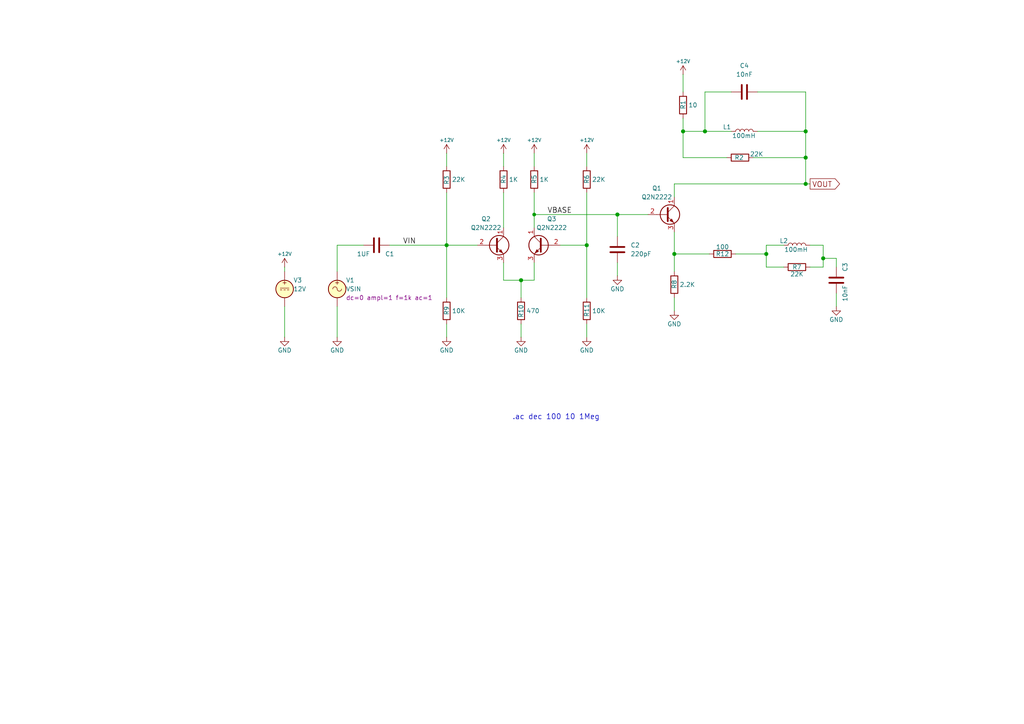
<source format=kicad_sch>
(kicad_sch (version 20250114) (generator "eeschema") (generator_version "9.0")
  (paper "A4")
  (title_block (date "Sun 22 Mar 2015"))
  (lib_symbols
    (symbol "Device:C" (pin_numbers (hide yes)) (pin_names (offset 0.254))
      (property "Reference" "C" (at 0.635 2.54 0))
      (property "Value" "C" (at 0.635 -2.54 0))
      (symbol "C_0_1"
        (polyline (pts (xy -2.032 0.762) (xy 2.032 0.762)) (stroke (width 0.508)))
        (polyline (pts (xy -2.032 -0.762) (xy 2.032 -0.762)) (stroke (width 0.508)))
      )
      (symbol "C_1_1"
        (pin passive line (at 0 3.81 270) (length 2.794) (name "~") (number "1"))
        (pin passive line (at 0 -3.81 90) (length 2.794) (name "~") (number "2"))
      )
    )
    (symbol "Device:L" (pin_numbers (hide yes)) (pin_names (offset 1.016) (hide yes))
      (property "Reference" "L" (at -1.27 0 90))
      (property "Value" "L" (at 1.905 0 90))
      (symbol "L_0_1"
        (arc (start 0 2.54) (mid 0.6323 1.905) (end 0 1.27))
        (arc (start 0 1.27) (mid 0.6323 0.635) (end 0 0))
        (arc (start 0 0) (mid 0.6323 -0.635) (end 0 -1.27))
        (arc (start 0 -1.27) (mid 0.6323 -1.905) (end 0 -2.54))
      )
      (symbol "L_1_1"
        (pin passive line (at 0 3.81 270) (length 1.27) (name "1") (number "1"))
        (pin passive line (at 0 -3.81 90) (length 1.27) (name "2") (number "2"))
      )
    )
    (symbol "Device:R" (pin_numbers (hide yes)) (pin_names (offset 0))
      (property "Reference" "R" (at 2.032 0 90))
      (property "Value" "R" (at 0 0 90))
      (symbol "R_0_1"
        (rectangle (start -1.016 -2.54) (end 1.016 2.54) (stroke (width 0.254)))
      )
      (symbol "R_1_1"
        (pin passive line (at 0 3.81 270) (length 1.27) (name "~") (number "1"))
        (pin passive line (at 0 -3.81 90) (length 1.27) (name "~") (number "2"))
      )
    )
    (symbol "Simulation_SPICE:VDC" (pin_numbers (hide yes)) (pin_names (offset 0.0254))
      (property "Reference" "V" (at 2.54 2.54 0))
      (property "Value" "1" (at 2.54 0 0))
      (symbol "VDC_0_0"
        (polyline (pts (xy -1.27 0.254) (xy 1.27 0.254)))
        (polyline (pts (xy -0.762 -0.254) (xy -1.27 -0.254)))
        (polyline (pts (xy 0.254 -0.254) (xy -0.254 -0.254)))
        (polyline (pts (xy 1.27 -0.254) (xy 0.762 -0.254)))
        (text "+" (at 0 1.905 0) (effects (font (size 1.27 1.27))))
      )
      (symbol "VDC_0_1"
        (circle (center 0 0) (radius 2.54) (stroke (width 0.254)) (fill (type background)))
      )
      (symbol "VDC_1_1"
        (pin passive line (at 0 5.08 270) (length 2.54) (name "~") (number "1"))
        (pin passive line (at 0 -5.08 90) (length 2.54) (name "~") (number "2"))
      )
    )
    (symbol "Simulation_SPICE:VSIN" (pin_numbers (hide yes)) (pin_names (offset 0.0254))
      (property "Reference" "V" (at 2.54 2.54 0))
      (property "Value" "VSIN" (at 2.54 0 0))
      (property "Sim.Params" "dc=0 ampl=1 f=1k ac=1" (at 2.54 -2.54 0))
      (symbol "VSIN_0_0"
        (arc (start -1.27 0) (mid -0.635 0.6323) (end 0 0))
        (arc (start 1.27 0) (mid 0.635 -0.6323) (end 0 0))
        (text "+" (at 0 1.905 0) (effects (font (size 1.27 1.27))))
      )
      (symbol "VSIN_0_1"
        (circle (center 0 0) (radius 2.54) (stroke (width 0.254)) (fill (type background)))
      )
      (symbol "VSIN_1_1"
        (pin passive line (at 0 5.08 270) (length 2.54) (name "~") (number "1"))
        (pin passive line (at 0 -5.08 90) (length 2.54) (name "~") (number "2"))
      )
    )
    (symbol "Transistor_BJT:Q_NPN_CBE" (pin_names (offset 0) (hide yes))
      (property "Reference" "Q" (at 5.08 1.27 0))
      (property "Value" "Q_NPN_CBE" (at 5.08 -1.27 0))
      (symbol "Q_NPN_CBE_0_1"
        (polyline (pts (xy -2.54 0) (xy 0.635 0)))
        (polyline (pts (xy 0.635 1.905) (xy 0.635 -1.905)) (stroke (width 0.508)))
        (circle (center 1.27 0) (radius 2.8194) (stroke (width 0.254)))
      )
      (symbol "Q_NPN_CBE_1_1"
        (polyline (pts (xy 0.635 0.635) (xy 2.54 2.54)))
        (polyline (pts (xy 0.635 -0.635) (xy 2.54 -2.54)))
        (polyline (pts (xy 1.27 -1.778) (xy 1.778 -1.27) (xy 2.286 -2.286) (xy 1.27 -1.778)) (fill (type outline)))
        (pin input line (at -5.08 0 0) (length 2.54) (name "B") (number "2"))
        (pin passive line (at 2.54 5.08 270) (length 2.54) (name "C") (number "1"))
        (pin passive line (at 2.54 -5.08 90) (length 2.54) (name "E") (number "3"))
      )
    )
    (symbol "power:+12V" (power) (pin_numbers (hide yes)) (pin_names (offset 0) (hide yes))
      (property "Value" "+12V" (at 0 3.556 0))
      (symbol "+12V_0_1"
        (polyline (pts (xy -0.762 1.27) (xy 0 2.54)))
        (polyline (pts (xy 0 2.54) (xy 0.762 1.27)))
        (polyline (pts (xy 0 0) (xy 0 2.54)))
      )
      (symbol "+12V_1_1"
        (pin power_in line (at 0 0 90) (length 0) (name "~") (number "1"))
      )
    )
    (symbol "power:GND" (power) (pin_numbers (hide yes)) (pin_names (offset 0) (hide yes))
      (property "Value" "GND" (at 0 -3.81 0))
      (symbol "GND_0_1"
        (polyline (pts (xy 0 0) (xy 0 -1.27) (xy 1.27 -1.27) (xy 0 -2.54) (xy -1.27 -1.27) (xy 0 -1.27)))
      )
      (symbol "GND_1_1"
        (pin power_in line (at 0 0 270) (length 0) (name "~") (number "1"))
      )
    )
  )
  (text ".ac dec 100 10 1Meg" (at 148.59 121.92 0) (effects (font (size 1.524 1.524)) (justify left bottom)))
  (junction (at 198.12 38.1) (diameter 1.016))
  (junction (at 233.68 45.72) (diameter 1.016))
  (junction (at 170.18 71.12) (diameter 1.016))
  (junction (at 179.07 62.23) (diameter 1.016))
  (junction (at 151.13 81.28) (diameter 1.016))
  (junction (at 195.58 73.66) (diameter 1.016))
  (junction (at 238.76 74.93) (diameter 1.016))
  (junction (at 233.68 38.1) (diameter 1.016))
  (junction (at 233.68 53.34) (diameter 1.016))
  (junction (at 204.47 38.1) (diameter 1.016))
  (junction (at 129.54 71.12) (diameter 1.016))
  (junction (at 154.94 62.23))
  (junction (at 222.25 73.66) (diameter 1.016))
  (wire (pts (xy 195.58 67.31) (xy 195.58 73.66)))
  (wire (pts (xy 242.57 74.93) (xy 242.57 77.47)))
  (wire (pts (xy 129.54 93.98) (xy 129.54 97.79)))
  (wire (pts (xy 179.07 62.23) (xy 187.96 62.23)))
  (wire (pts (xy 222.25 71.12) (xy 222.25 73.66)))
  (wire (pts (xy 198.12 21.59) (xy 198.12 26.67)))
  (wire (pts (xy 195.58 73.66) (xy 205.74 73.66)))
  (wire (pts (xy 195.58 53.34) (xy 233.68 53.34)))
  (wire (pts (xy 204.47 26.67) (xy 212.09 26.67)))
  (wire (pts (xy 198.12 38.1) (xy 204.47 38.1)))
  (wire (pts (xy 170.18 93.98) (xy 170.18 97.79)))
  (wire (pts (xy 198.12 38.1) (xy 198.12 45.72)))
  (wire (pts (xy 233.68 38.1) (xy 233.68 45.72)))
  (wire (pts (xy 222.25 73.66) (xy 222.25 77.47)))
  (wire (pts (xy 219.71 26.67) (xy 233.68 26.67)))
  (wire (pts (xy 233.68 45.72) (xy 233.68 53.34)))
  (wire (pts (xy 179.07 62.23) (xy 179.07 68.58)))
  (wire (pts (xy 151.13 81.28) (xy 151.13 86.36)))
  (wire (pts (xy 195.58 53.34) (xy 195.58 57.15)))
  (wire (pts (xy 195.58 86.36) (xy 195.58 90.17)))
  (wire (pts (xy 219.71 38.1) (xy 233.68 38.1)))
  (wire (pts (xy 97.79 71.12) (xy 97.79 78.74)))
  (wire (pts (xy 242.57 85.09) (xy 242.57 88.9)))
  (wire (pts (xy 151.13 81.28) (xy 154.94 81.28)))
  (wire (pts (xy 151.13 93.98) (xy 151.13 97.79)))
  (wire (pts (xy 146.05 81.28) (xy 151.13 81.28)))
  (wire (pts (xy 82.55 77.47) (xy 82.55 78.74)))
  (wire (pts (xy 170.18 71.12) (xy 170.18 86.36)))
  (wire (pts (xy 204.47 38.1) (xy 212.09 38.1)))
  (wire (pts (xy 97.79 71.12) (xy 105.41 71.12)))
  (wire (pts (xy 113.03 71.12) (xy 129.54 71.12)))
  (wire (pts (xy 213.36 73.66) (xy 222.25 73.66)))
  (wire (pts (xy 129.54 55.88) (xy 129.54 71.12)))
  (wire (pts (xy 222.25 77.47) (xy 227.33 77.47)))
  (wire (pts (xy 129.54 44.45) (xy 129.54 48.26)))
  (wire (pts (xy 198.12 34.29) (xy 198.12 38.1)))
  (wire (pts (xy 146.05 55.88) (xy 146.05 66.04)))
  (wire (pts (xy 154.94 76.2) (xy 154.94 81.28)))
  (wire (pts (xy 234.95 71.12) (xy 238.76 71.12)))
  (wire (pts (xy 129.54 71.12) (xy 129.54 86.36)))
  (wire (pts (xy 162.56 71.12) (xy 170.18 71.12)))
  (wire (pts (xy 195.58 73.66) (xy 195.58 78.74)))
  (wire (pts (xy 170.18 55.88) (xy 170.18 71.12)))
  (wire (pts (xy 170.18 44.45) (xy 170.18 48.26)))
  (wire (pts (xy 234.95 77.47) (xy 238.76 77.47)))
  (wire (pts (xy 154.94 55.88) (xy 154.94 62.23)))
  (wire (pts (xy 238.76 71.12) (xy 238.76 74.93)))
  (wire (pts (xy 146.05 76.2) (xy 146.05 81.28)))
  (wire (pts (xy 233.68 26.67) (xy 233.68 38.1)))
  (wire (pts (xy 97.79 88.9) (xy 97.79 97.79)))
  (wire (pts (xy 204.47 26.67) (xy 204.47 38.1)))
  (wire (pts (xy 154.94 62.23) (xy 154.94 66.04)))
  (wire (pts (xy 233.68 53.34) (xy 234.95 53.34)))
  (wire (pts (xy 198.12 45.72) (xy 210.82 45.72)))
  (wire (pts (xy 82.55 88.9) (xy 82.55 97.79)))
  (wire (pts (xy 227.33 71.12) (xy 222.25 71.12)))
  (wire (pts (xy 179.07 76.2) (xy 179.07 80.01)))
  (wire (pts (xy 146.05 44.45) (xy 146.05 48.26)))
  (wire (pts (xy 218.44 45.72) (xy 233.68 45.72)))
  (wire (pts (xy 238.76 74.93) (xy 242.57 74.93)))
  (wire (pts (xy 154.94 62.23) (xy 179.07 62.23)))
  (wire (pts (xy 154.94 44.45) (xy 154.94 48.26)))
  (wire (pts (xy 238.76 74.93) (xy 238.76 77.47)))
  (wire (pts (xy 129.54 71.12) (xy 138.43 71.12)))
  (label "VBASE" (at 158.75 62.23 0) (effects (font (size 1.524 1.524))))
  (label "VIN" (at 116.84 71.12 0) (effects (font (size 1.524 1.524))))
  (global_label "VOUT" (shape output) (at 234.95 53.34 0) (effects (font (size 1.524 1.524))) (property "Intersheetrefs" "${INTERSHEET_REFS}" (effects (hide yes))))
  (symbol (lib_id "Transistor_BJT:Q_NPN_CBE") (at 143.51 71.12 0) (unit 1)
    (property "Reference" "Q2" (at 140.97 63.5 0))
    (property "Value" "Q2N2222" (at 140.97 66.04 0))
    (property "Sim.Library" "2n2222.model" (effects (hide yes)))
    (property "Sim.Name" "Q2N2222" (effects (hide yes)))
    (property "Sim.Device" "NPN" (effects (hide yes)))
    (property "Sim.Type" "GUMMELPOON" (effects (hide yes)))
    (property "Sim.Pins" "1=C 2=B 3=E" (effects (hide yes)))
  )
  (symbol (lib_id "Transistor_BJT:Q_NPN_CBE") (at 157.48 71.12 0) (mirror y) (unit 1)
    (property "Reference" "Q3" (at 160.02 63.5 0))
    (property "Value" "Q2N2222" (at 160.02 66.04 0))
    (property "Sim.Library" "2n2222.model" (effects (hide yes)))
    (property "Sim.Name" "Q2N2222" (effects (hide yes)))
    (property "Sim.Device" "NPN" (effects (hide yes)))
    (property "Sim.Type" "GUMMELPOON" (effects (hide yes)))
    (property "Sim.Pins" "1=C 2=B 3=E" (effects (hide yes)))
  )
  (symbol (lib_id "Device:R") (at 146.05 52.07 0) (unit 1)
    (property "Reference" "R4" (at 146.05 53.34 90) (effects (justify left)))
    (property "Value" "1K" (at 147.574 52.07 0) (effects (justify left)))
    (property "Description" "Resistor" (effects (hide yes)))
  )
  (symbol (lib_id "Device:R") (at 154.94 52.07 0) (unit 1)
    (property "Reference" "R5" (at 154.94 53.34 90) (effects (justify left)))
    (property "Value" "1K" (at 156.464 52.07 0) (effects (justify left)))
    (property "Description" "Resistor" (effects (hide yes)))
  )
  (symbol (lib_id "Device:R") (at 151.13 90.17 0) (unit 1)
    (property "Reference" "R10" (at 151.13 92.202 90) (effects (justify left)))
    (property "Value" "470" (at 152.654 90.17 0) (effects (justify left)))
    (property "Description" "Resistor" (effects (hide yes)))
  )
  (symbol (lib_id "power:GND") (at 151.13 97.79 0) (unit 1)
    (property "Reference" "#PWR6" (effects (hide yes)))
    (property "Value" "GND" (at 151.13 101.6 0))
    (property "Description" "Power symbol creates a global label with name \"GND\" , ground" (effects (hide yes)))
  )
  (symbol (lib_id "Device:R") (at 170.18 90.17 0) (unit 1)
    (property "Reference" "R11" (at 170.18 91.948 90) (effects (justify left)))
    (property "Value" "10K" (at 171.704 90.17 0) (effects (justify left)))
    (property "Description" "Resistor" (effects (hide yes)))
  )
  (symbol (lib_id "Device:R") (at 170.18 52.07 0) (unit 1)
    (property "Reference" "R6" (at 170.18 53.34 90) (effects (justify left)))
    (property "Value" "22K" (at 171.704 52.07 0) (effects (justify left)))
    (property "Description" "Resistor" (effects (hide yes)))
  )
  (symbol (lib_id "Device:R") (at 129.54 52.07 0) (unit 1)
    (property "Reference" "R3" (at 129.54 53.594 90) (effects (justify left)))
    (property "Value" "22K" (at 131.064 52.07 0) (effects (justify left)))
    (property "Description" "Resistor" (effects (hide yes)))
  )
  (symbol (lib_id "Device:R") (at 129.54 90.17 0) (unit 1)
    (property "Reference" "R9" (at 129.54 91.44 90) (effects (justify left)))
    (property "Value" "10K" (at 131.064 90.17 0) (effects (justify left)))
    (property "Description" "Resistor" (effects (hide yes)))
  )
  (symbol (lib_id "power:GND") (at 129.54 97.79 0) (unit 1)
    (property "Reference" "#PWR5" (effects (hide yes)))
    (property "Value" "GND" (at 129.54 101.6 0))
    (property "Description" "Power symbol creates a global label with name \"GND\" , ground" (effects (hide yes)))
  )
  (symbol (lib_id "power:GND") (at 170.18 97.79 0) (unit 1)
    (property "Reference" "#PWR7" (effects (hide yes)))
    (property "Value" "GND" (at 170.18 101.6 0))
    (property "Description" "Power symbol creates a global label with name \"GND\" , ground" (effects (hide yes)))
  )
  (symbol (lib_id "power:+12V") (at 129.54 44.45 0) (unit 1)
    (property "Reference" "#+12V03" (effects (hide yes)))
    (property "Value" "+12V" (at 129.54 40.64 0) (effects (font (size 1.016 1.016))))
    (property "Description" "Power symbol creates a global label with name \"+12V\"" (effects (hide yes)))
  )
  (symbol (lib_id "power:+12V") (at 146.05 44.45 0) (unit 1)
    (property "Reference" "#+12V04" (effects (hide yes)))
    (property "Value" "+12V" (at 146.05 40.64 0) (effects (font (size 1.016 1.016))))
    (property "Description" "Power symbol creates a global label with name \"+12V\"" (effects (hide yes)))
  )
  (symbol (lib_id "power:+12V") (at 154.94 44.45 0) (unit 1)
    (property "Reference" "#+12V05" (effects (hide yes)))
    (property "Value" "+12V" (at 154.94 40.64 0) (effects (font (size 1.016 1.016))))
    (property "Description" "Power symbol creates a global label with name \"+12V\"" (effects (hide yes)))
  )
  (symbol (lib_id "power:+12V") (at 170.18 44.45 0) (unit 1)
    (property "Reference" "#+12V06" (effects (hide yes)))
    (property "Value" "+12V" (at 170.18 40.64 0) (effects (font (size 1.016 1.016))))
    (property "Description" "Power symbol creates a global label with name \"+12V\"" (effects (hide yes)))
  )
  (symbol (lib_id "power:GND") (at 82.55 97.79 0) (unit 1)
    (property "Reference" "#PWR1" (effects (hide yes)))
    (property "Value" "GND" (at 82.55 101.6 0))
    (property "Description" "Power symbol creates a global label with name \"GND\" , ground" (effects (hide yes)))
  )
  (symbol (lib_id "power:+12V") (at 82.55 77.47 0) (unit 1)
    (property "Reference" "#+12V02" (effects (hide yes)))
    (property "Value" "+12V" (at 82.55 73.66 0) (effects (font (size 1.016 1.016))))
    (property "Description" "Power symbol creates a global label with name \"+12V\"" (effects (hide yes)))
  )
  (symbol (lib_id "Device:C") (at 109.22 71.12 270) (unit 1)
    (property "Reference" "C1" (at 113.03 73.66 90))
    (property "Value" "1UF" (at 105.41 73.66 90))
    (property "Description" "Unpolarized capacitor" (effects (hide yes)))
  )
  (symbol (lib_id "power:GND") (at 97.79 97.79 0) (unit 1)
    (property "Reference" "#PWR8" (effects (hide yes)))
    (property "Value" "GND" (at 97.79 101.6 0))
    (property "Description" "Power symbol creates a global label with name \"GND\" , ground" (effects (hide yes)))
  )
  (symbol (lib_id "Transistor_BJT:Q_NPN_CBE") (at 193.04 62.23 0) (unit 1)
    (property "Reference" "Q1" (at 190.5 54.61 0))
    (property "Value" "Q2N2222" (at 190.5 57.15 0))
    (property "Sim.Library" "2n2222.model" (effects (hide yes)))
    (property "Sim.Name" "Q2N2222" (effects (hide yes)))
    (property "Sim.Device" "NPN" (effects (hide yes)))
    (property "Sim.Type" "GUMMELPOON" (effects (hide yes)))
    (property "Sim.Pins" "1=C 2=B 3=E" (effects (hide yes)))
  )
  (symbol (lib_id "Device:R") (at 195.58 82.55 0) (unit 1)
    (property "Reference" "R8" (at 195.58 83.82 90) (effects (justify left)))
    (property "Value" "2.2K" (at 197.104 82.55 0) (effects (justify left)))
    (property "Description" "Resistor" (effects (hide yes)))
  )
  (symbol (lib_id "power:+12V") (at 198.12 21.59 0) (unit 1)
    (property "Reference" "#+12V01" (effects (hide yes)))
    (property "Value" "+12V" (at 198.12 17.78 0) (effects (font (size 1.016 1.016))))
    (property "Description" "Power symbol creates a global label with name \"+12V\"" (effects (hide yes)))
  )
  (symbol (lib_id "power:GND") (at 195.58 90.17 0) (unit 1)
    (property "Reference" "#PWR4" (effects (hide yes)))
    (property "Value" "GND" (at 195.58 93.98 0))
    (property "Description" "Power symbol creates a global label with name \"GND\" , ground" (effects (hide yes)))
  )
  (symbol (lib_id "Device:C") (at 179.07 72.39 0) (unit 1)
    (property "Reference" "C2" (at 182.88 71.1199 0) (effects (justify left)))
    (property "Value" "220pF" (at 182.88 73.6599 0) (effects (justify left)))
    (property "Description" "Unpolarized capacitor" (effects (hide yes)))
  )
  (symbol (lib_id "power:GND") (at 179.07 80.01 0) (unit 1)
    (property "Reference" "#PWR2" (effects (hide yes)))
    (property "Value" "GND" (at 179.07 83.82 0))
    (property "Description" "Power symbol creates a global label with name \"GND\" , ground" (effects (hide yes)))
  )
  (symbol (lib_id "Device:C") (at 242.57 81.28 0) (unit 1)
    (property "Reference" "C3" (at 245.11 77.47 90))
    (property "Value" "10nF" (at 245.11 85.09 90))
    (property "Description" "Unpolarized capacitor" (effects (hide yes)))
  )
  (symbol (lib_id "power:GND") (at 242.57 88.9 0) (unit 1)
    (property "Reference" "#PWR3" (effects (hide yes)))
    (property "Value" "GND" (at 242.57 92.71 0))
    (property "Description" "Power symbol creates a global label with name \"GND\" , ground" (effects (hide yes)))
  )
  (symbol (lib_id "Device:L") (at 215.9 38.1 90) (unit 1)
    (property "Reference" "L1" (at 212.09 36.83 90) (effects (justify left)))
    (property "Value" "100mH" (at 219.202 39.37 90) (effects (justify left)))
    (property "Description" "Inductor" (effects (hide yes)))
  )
  (symbol (lib_id "Device:R") (at 198.12 30.48 0) (unit 1)
    (property "Reference" "R1" (at 198.12 31.75 90) (effects (justify left)))
    (property "Value" "10" (at 199.644 30.48 0) (effects (justify left)))
    (property "Description" "Resistor" (effects (hide yes)))
  )
  (symbol (lib_id "Device:R") (at 214.63 45.72 270) (unit 1)
    (property "Reference" "R2" (at 214.376 45.72 90))
    (property "Value" "22K" (at 219.456 44.704 90))
    (property "Description" "Resistor" (effects (hide yes)))
  )
  (symbol (lib_id "Device:R") (at 231.14 77.47 270) (unit 1)
    (property "Reference" "R7" (at 231.14 77.47 90))
    (property "Value" "22K" (at 231.14 79.502 90))
    (property "Description" "Resistor" (effects (hide yes)))
  )
  (symbol (lib_id "Device:L") (at 231.14 71.12 90) (unit 1)
    (property "Reference" "L2" (at 227.33 69.85 90))
    (property "Value" "100mH" (at 230.886 72.39 90))
    (property "Description" "Inductor" (effects (hide yes)))
  )
  (symbol (lib_id "Device:C") (at 215.9 26.67 270) (unit 1)
    (property "Reference" "C4" (at 215.9 19.05 90))
    (property "Value" "10nF" (at 215.9 21.59 90))
    (property "Description" "Unpolarized capacitor" (effects (hide yes)))
  )
  (symbol (lib_id "Device:R") (at 209.55 73.66 270) (unit 1)
    (property "Reference" "R12" (at 209.55 73.66 90))
    (property "Value" "100" (at 209.55 71.628 90))
    (property "Description" "Resistor" (effects (hide yes)))
  )
  (symbol (lib_id "Simulation_SPICE:VDC") (at 82.55 83.82 0) (unit 1)
    (property "Reference" "V3" (at 85.09 81.28 0) (effects (justify left)))
    (property "Value" "12V" (at 85.09 83.82 0) (effects (justify left)))
    (property "Datasheet" "https://ngspice.sourceforge.io/docs/ngspice-html-manual/manual.xhtml#sec_Independent_Sources_for" (effects (hide yes)))
    (property "Description" "Voltage source, DC" (effects (hide yes)))
    (property "Sim.Pins" "1=+ 2=-" (effects (hide yes)))
    (property "Sim.Type" "DC" (effects (hide yes)))
    (property "Sim.Device" "V" (effects (hide yes)))
  )
  (symbol (lib_id "Simulation_SPICE:VSIN") (at 97.79 83.82 0) (unit 1)
    (property "Reference" "V1" (at 100.33 81.28 0) (effects (justify left)))
    (property "Value" "VSIN" (at 100.33 83.82 0) (effects (justify left)))
    (property "Datasheet" "https://ngspice.sourceforge.io/docs/ngspice-html-manual/manual.xhtml#sec_Independent_Sources_for" (effects (hide yes)))
    (property "Description" "Voltage source, sinusoidal" (effects (hide yes)))
    (property "Sim.Pins" "1=+ 2=-" (effects (hide yes)))
    (property "Sim.Params" "dc=0 ampl=1 f=1k ac=1" (at 100.33 86.36 0) (effects (justify left)))
    (property "Sim.Type" "SIN" (effects (hide yes)))
    (property "Sim.Device" "V" (effects (hide yes)))
  )
)
</source>
